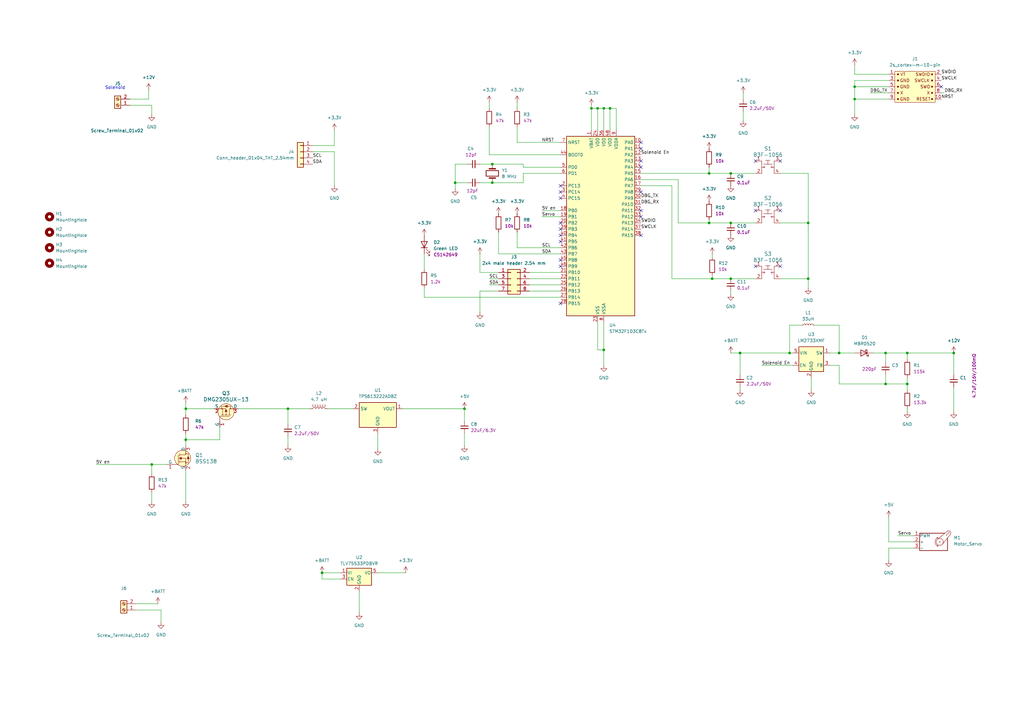
<source format=kicad_sch>
(kicad_sch (version 20250114) (generator "eeschema") (generator_version "9.0")
  (paper "A3")
  (title_block (title "Canda") (date "2025-08-20") (rev "v1.0") (company "Emmy & Mirco"))
  (text "Solenoid" (at 47.244 36.068 0) (effects (font (size 1.27 1.27))))
  (junction (at 350.52 40.64))
  (junction (at 290.83 91.44))
  (junction (at 132.08 234.95))
  (junction (at 242.57 44.45))
  (junction (at 247.65 143.51))
  (junction (at 363.22 157.48))
  (junction (at 299.72 71.12))
  (junction (at 331.47 91.44))
  (junction (at 62.23 190.5))
  (junction (at 247.65 44.45))
  (junction (at 350.52 35.56))
  (junction (at 363.22 144.78))
  (junction (at 292.1 114.3))
  (junction (at 290.83 71.12))
  (junction (at 323.85 144.78))
  (junction (at 303.53 144.78))
  (junction (at 201.93 74.93))
  (junction (at 201.93 67.31))
  (junction (at 118.11 167.64))
  (junction (at 190.5 167.64))
  (junction (at 344.17 144.78))
  (junction (at 76.2 167.64))
  (junction (at 299.72 91.44))
  (junction (at 250.19 44.45))
  (junction (at 372.11 144.78))
  (junction (at 299.72 114.3))
  (junction (at 372.11 157.48))
  (junction (at 76.2 180.34))
  (junction (at 331.47 114.3))
  (junction (at 245.11 44.45))
  (junction (at 391.16 144.78))
  (junction (at 186.69 74.93))
  (no_connect (at 262.89 96.52))
  (no_connect (at 229.87 91.44))
  (no_connect (at 229.87 124.46))
  (no_connect (at 229.87 78.74))
  (no_connect (at 229.87 109.22))
  (no_connect (at 386.08 35.56))
  (no_connect (at 262.89 88.9))
  (no_connect (at 229.87 76.2))
  (no_connect (at 309.88 109.22))
  (no_connect (at 229.87 96.52))
  (no_connect (at 320.04 86.36))
  (no_connect (at 309.88 66.04))
  (no_connect (at 262.89 78.74))
  (no_connect (at 229.87 93.98))
  (no_connect (at 262.89 58.42))
  (no_connect (at 262.89 86.36))
  (no_connect (at 320.04 109.22))
  (no_connect (at 309.88 86.36))
  (no_connect (at 262.89 68.58))
  (no_connect (at 229.87 99.06))
  (no_connect (at 262.89 60.96))
  (no_connect (at 262.89 66.04))
  (no_connect (at 320.04 66.04))
  (no_connect (at 229.87 106.68))
  (no_connect (at 229.87 81.28))
  (wire (pts (xy 128.27 62.23) (xy 137.16 62.23)))
  (wire (pts (xy 275.59 76.2) (xy 262.89 76.2)))
  (wire (pts (xy 356.87 38.1) (xy 364.49 38.1)))
  (wire (pts (xy 299.72 114.3) (xy 309.88 114.3)))
  (wire (pts (xy 62.23 201.93) (xy 62.23 205.74)))
  (wire (pts (xy 299.72 91.44) (xy 309.88 91.44)))
  (wire (pts (xy 350.52 40.64) (xy 350.52 46.99)))
  (wire (pts (xy 320.04 114.3) (xy 331.47 114.3)))
  (wire (pts (xy 250.19 44.45) (xy 250.19 53.34)))
  (wire (pts (xy 118.11 179.07) (xy 118.11 182.88)))
  (wire (pts (xy 217.17 119.38) (xy 229.87 119.38)))
  (wire (pts (xy 372.11 157.48) (xy 372.11 160.02)))
  (wire (pts (xy 214.63 67.31) (xy 201.93 67.31)))
  (wire (pts (xy 350.52 35.56) (xy 350.52 40.64)))
  (wire (pts (xy 76.2 180.34) (xy 76.2 182.88)))
  (wire (pts (xy 290.83 90.17) (xy 290.83 91.44)))
  (wire (pts (xy 391.16 153.67) (xy 391.16 144.78)))
  (wire (pts (xy 350.52 26.67) (xy 350.52 30.48)))
  (wire (pts (xy 344.17 149.86) (xy 340.36 149.86)))
  (wire (pts (xy 212.09 95.25) (xy 212.09 101.6)))
  (wire (pts (xy 217.17 116.84) (xy 229.87 116.84)))
  (wire (pts (xy 190.5 177.8) (xy 190.5 182.88)))
  (wire (pts (xy 200.66 41.91) (xy 200.66 44.45)))
  (wire (pts (xy 368.3 219.71) (xy 374.65 219.71)))
  (wire (pts (xy 196.85 111.76) (xy 204.47 111.76)))
  (wire (pts (xy 363.22 157.48) (xy 372.11 157.48)))
  (wire (pts (xy 118.11 173.99) (xy 118.11 167.64)))
  (wire (pts (xy 222.25 86.36) (xy 229.87 86.36)))
  (wire (pts (xy 242.57 44.45) (xy 242.57 53.34)))
  (wire (pts (xy 154.94 234.95) (xy 166.37 234.95)))
  (wire (pts (xy 290.83 91.44) (xy 299.72 91.44)))
  (wire (pts (xy 186.69 67.31) (xy 186.69 74.93)))
  (wire (pts (xy 128.27 59.69) (xy 137.16 59.69)))
  (wire (pts (xy 90.17 180.34) (xy 90.17 175.26)))
  (wire (pts (xy 331.47 114.3) (xy 331.47 118.11)))
  (wire (pts (xy 134.62 167.64) (xy 144.78 167.64)))
  (wire (pts (xy 358.14 144.78) (xy 363.22 144.78)))
  (wire (pts (xy 55.88 250.19) (xy 66.04 250.19)))
  (wire (pts (xy 217.17 111.76) (xy 229.87 111.76)))
  (wire (pts (xy 137.16 76.2) (xy 137.16 62.23)))
  (wire (pts (xy 201.93 74.93) (xy 214.63 74.93)))
  (wire (pts (xy 137.16 59.69) (xy 137.16 53.34)))
  (wire (pts (xy 292.1 114.3) (xy 292.1 113.03)))
  (wire (pts (xy 190.5 167.64) (xy 190.5 172.72)))
  (wire (pts (xy 299.72 71.12) (xy 309.88 71.12)))
  (wire (pts (xy 344.17 157.48) (xy 344.17 149.86)))
  (wire (pts (xy 97.79 167.64) (xy 118.11 167.64)))
  (wire (pts (xy 204.47 95.25) (xy 204.47 104.14)))
  (wire (pts (xy 363.22 153.67) (xy 363.22 157.48)))
  (wire (pts (xy 76.2 165.1) (xy 76.2 167.64)))
  (wire (pts (xy 214.63 71.12) (xy 214.63 74.93)))
  (wire (pts (xy 363.22 144.78) (xy 372.11 144.78)))
  (wire (pts (xy 364.49 224.79) (xy 364.49 229.87)))
  (wire (pts (xy 303.53 144.78) (xy 299.72 144.78)))
  (wire (pts (xy 191.77 74.93) (xy 186.69 74.93)))
  (wire (pts (xy 323.85 144.78) (xy 303.53 144.78)))
  (wire (pts (xy 39.37 190.5) (xy 62.23 190.5)))
  (wire (pts (xy 290.83 68.58) (xy 290.83 71.12)))
  (wire (pts (xy 214.63 68.58) (xy 214.63 67.31)))
  (wire (pts (xy 62.23 190.5) (xy 68.58 190.5)))
  (wire (pts (xy 62.23 43.18) (xy 62.23 46.99)))
  (wire (pts (xy 364.49 40.64) (xy 350.52 40.64)))
  (wire (pts (xy 229.87 71.12) (xy 214.63 71.12)))
  (wire (pts (xy 278.13 91.44) (xy 290.83 91.44)))
  (wire (pts (xy 245.11 44.45) (xy 247.65 44.45)))
  (wire (pts (xy 374.65 224.79) (xy 364.49 224.79)))
  (wire (pts (xy 350.52 33.02) (xy 350.52 35.56)))
  (wire (pts (xy 325.12 144.78) (xy 323.85 144.78)))
  (wire (pts (xy 372.11 144.78) (xy 372.11 147.32)))
  (wire (pts (xy 391.16 158.75) (xy 391.16 168.91)))
  (wire (pts (xy 331.47 71.12) (xy 331.47 91.44)))
  (wire (pts (xy 139.7 237.49) (xy 132.08 237.49)))
  (wire (pts (xy 212.09 41.91) (xy 212.09 44.45)))
  (wire (pts (xy 196.85 67.31) (xy 201.93 67.31)))
  (wire (pts (xy 304.8 38.1) (xy 304.8 40.64)))
  (wire (pts (xy 372.11 154.94) (xy 372.11 157.48)))
  (wire (pts (xy 292.1 114.3) (xy 299.72 114.3)))
  (wire (pts (xy 247.65 132.08) (xy 247.65 143.51)))
  (wire (pts (xy 196.85 104.14) (xy 196.85 111.76)))
  (wire (pts (xy 53.34 40.64) (xy 60.96 40.64)))
  (wire (pts (xy 60.96 36.83) (xy 60.96 40.64)))
  (wire (pts (xy 204.47 104.14) (xy 229.87 104.14)))
  (wire (pts (xy 132.08 234.95) (xy 139.7 234.95)))
  (wire (pts (xy 344.17 144.78) (xy 350.52 144.78)))
  (wire (pts (xy 344.17 157.48) (xy 363.22 157.48)))
  (wire (pts (xy 247.65 143.51) (xy 247.65 149.86)))
  (wire (pts (xy 275.59 76.2) (xy 275.59 114.3)))
  (wire (pts (xy 217.17 114.3) (xy 229.87 114.3)))
  (wire (pts (xy 328.93 133.35) (xy 323.85 133.35)))
  (wire (pts (xy 303.53 144.78) (xy 303.53 153.67)))
  (wire (pts (xy 76.2 167.64) (xy 76.2 170.18)))
  (wire (pts (xy 76.2 205.74) (xy 76.2 193.04)))
  (wire (pts (xy 245.11 132.08) (xy 245.11 143.51)))
  (wire (pts (xy 173.99 121.92) (xy 229.87 121.92)))
  (wire (pts (xy 303.53 158.75) (xy 303.53 160.02)))
  (wire (pts (xy 334.01 133.35) (xy 344.17 133.35)))
  (wire (pts (xy 229.87 63.5) (xy 200.66 63.5)))
  (wire (pts (xy 222.25 88.9) (xy 229.87 88.9)))
  (wire (pts (xy 154.94 177.8) (xy 154.94 184.15)))
  (wire (pts (xy 247.65 44.45) (xy 250.19 44.45)))
  (wire (pts (xy 245.11 143.51) (xy 247.65 143.51)))
  (wire (pts (xy 196.85 119.38) (xy 196.85 128.27)))
  (wire (pts (xy 196.85 74.93) (xy 201.93 74.93)))
  (wire (pts (xy 364.49 33.02) (xy 350.52 33.02)))
  (wire (pts (xy 372.11 144.78) (xy 391.16 144.78)))
  (wire (pts (xy 242.57 44.45) (xy 245.11 44.45)))
  (wire (pts (xy 76.2 167.64) (xy 87.63 167.64)))
  (wire (pts (xy 304.8 45.72) (xy 304.8 49.53)))
  (wire (pts (xy 53.34 43.18) (xy 62.23 43.18)))
  (wire (pts (xy 247.65 44.45) (xy 247.65 53.34)))
  (wire (pts (xy 212.09 52.07) (xy 212.09 58.42)))
  (wire (pts (xy 200.66 63.5) (xy 200.66 52.07)))
  (wire (pts (xy 320.04 91.44) (xy 331.47 91.44)))
  (wire (pts (xy 66.04 250.19) (xy 66.04 255.27)))
  (wire (pts (xy 200.66 116.84) (xy 204.47 116.84)))
  (wire (pts (xy 350.52 30.48) (xy 364.49 30.48)))
  (wire (pts (xy 332.74 160.02) (xy 332.74 154.94)))
  (wire (pts (xy 200.66 114.3) (xy 204.47 114.3)))
  (wire (pts (xy 242.57 43.18) (xy 242.57 44.45)))
  (wire (pts (xy 364.49 222.25) (xy 374.65 222.25)))
  (wire (pts (xy 299.72 119.38) (xy 299.72 120.65)))
  (wire (pts (xy 290.83 71.12) (xy 299.72 71.12)))
  (wire (pts (xy 372.11 167.64) (xy 372.11 168.91)))
  (wire (pts (xy 55.88 247.65) (xy 64.77 247.65)))
  (wire (pts (xy 364.49 212.09) (xy 364.49 222.25)))
  (wire (pts (xy 76.2 180.34) (xy 90.17 180.34)))
  (wire (pts (xy 292.1 105.41) (xy 292.1 104.14)))
  (wire (pts (xy 252.73 53.34) (xy 252.73 44.45)))
  (wire (pts (xy 262.89 71.12) (xy 290.83 71.12)))
  (wire (pts (xy 278.13 73.66) (xy 278.13 91.44)))
  (wire (pts (xy 229.87 68.58) (xy 214.63 68.58)))
  (wire (pts (xy 320.04 71.12) (xy 331.47 71.12)))
  (wire (pts (xy 118.11 167.64) (xy 127 167.64)))
  (wire (pts (xy 250.19 44.45) (xy 252.73 44.45)))
  (wire (pts (xy 386.08 38.1) (xy 387.35 38.1)))
  (wire (pts (xy 262.89 73.66) (xy 278.13 73.66)))
  (wire (pts (xy 363.22 144.78) (xy 363.22 148.59)))
  (wire (pts (xy 292.1 114.3) (xy 275.59 114.3)))
  (wire (pts (xy 173.99 104.14) (xy 173.99 110.49)))
  (wire (pts (xy 344.17 144.78) (xy 340.36 144.78)))
  (wire (pts (xy 132.08 237.49) (xy 132.08 234.95)))
  (wire (pts (xy 76.2 177.8) (xy 76.2 180.34)))
  (wire (pts (xy 331.47 91.44) (xy 331.47 114.3)))
  (wire (pts (xy 165.1 167.64) (xy 190.5 167.64)))
  (wire (pts (xy 212.09 101.6) (xy 229.87 101.6)))
  (wire (pts (xy 191.77 67.31) (xy 186.69 67.31)))
  (wire (pts (xy 364.49 35.56) (xy 350.52 35.56)))
  (wire (pts (xy 173.99 121.92) (xy 173.99 118.11)))
  (wire (pts (xy 312.42 149.86) (xy 325.12 149.86)))
  (wire (pts (xy 147.32 242.57) (xy 147.32 251.46)))
  (wire (pts (xy 62.23 190.5) (xy 62.23 194.31)))
  (wire (pts (xy 186.69 74.93) (xy 186.69 77.47)))
  (wire (pts (xy 245.11 44.45) (xy 245.11 53.34)))
  (wire (pts (xy 344.17 133.35) (xy 344.17 144.78)))
  (wire (pts (xy 204.47 119.38) (xy 196.85 119.38)))
  (wire (pts (xy 229.87 58.42) (xy 212.09 58.42)))
  (wire (pts (xy 323.85 133.35) (xy 323.85 144.78)))
  (label "SWDIO" (at 386.08 30.48 0))
  (label "SCL" (at 128.27 64.77 0))
  (label "DBG_TX" (at 262.89 81.28 0))
  (label "SCL" (at 222.25 101.6 0))
  (label "NRST" (at 386.08 40.64 0))
  (label "SDA" (at 128.27 67.31 0))
  (label "DBG_RX" (at 262.89 83.82 0))
  (label "Solenoid En" (at 312.42 149.86 0))
  (label "Solenoid En" (at 262.89 63.5 0))
  (label "5V en" (at 39.37 190.5 0))
  (label "Servo" (at 222.25 88.9 0))
  (label "SDA" (at 222.25 104.14 0))
  (label "DBG_RX" (at 387.35 38.1 0))
  (label "NRST" (at 222.25 58.42 0))
  (label "DBG_TX" (at 356.87 38.1 0))
  (label "SWDIO" (at 262.89 91.44 0))
  (label "SDA" (at 200.66 116.84 0))
  (label "5V en" (at 222.25 86.36 0))
  (label "Servo" (at 368.3 219.71 0))
  (label "SCL" (at 200.66 114.3 0))
  (label "SWCLK" (at 386.08 33.02 0))
  (label "SWCLK" (at 262.89 93.98 0))
  (symbol (lib_id "2s_Resistor_0805:10k_0805") (at 212.09 91.44 0) (unit 1)
    (property "Reference" "R8" (at 214.63 90.1699 0) (effects (justify left)))
    (property "Value" "10k_0805" (effects (hide yes)))
    (property "Footprint" "Resistor_SMD:R_0805_2012Metric" (effects (hide yes)))
    (property "Description" "10k, 1%, 1/8W, 0805" (effects (hide yes)))
    (property "Specifications" "10k, 1%, 1/8W, 0805" (effects (hide yes)))
    (property "Manufacturer" "Vishay Dale" (effects (hide yes)))
    (property "MPN" "CRCW080510K0FKEA" (effects (hide yes)))
    (property "Display" "10k" (at 214.63 92.7099 0) (effects (justify left)))
    (property "JLCPCB ID" "C84376" (effects (hide yes)))
    (property "Production Stage" "A" (effects (hide yes)))
  )
  (symbol (lib_id "power:+12V") (at 76.2 165.1 0) (unit 1)
    (property "Reference" "#PWR049" (effects (hide yes)))
    (property "Value" "+BATT" (at 72.644 160.274 0) (effects (justify left)))
    (property "Description" "Power symbol creates a global label with name \"+12V\"" (effects (hide yes)))
  )
  (symbol (lib_id "power:GND") (at 332.74 160.02 0) (unit 1)
    (property "Reference" "#PWR014" (effects (hide yes)))
    (property "Value" "GND" (at 332.74 165.1 0))
    (property "Description" "Power symbol creates a global label with name \"GND\" , ground" (effects (hide yes)))
  )
  (symbol (lib_id "2s_Capacitor:220pF_0603_25V") (at 363.22 151.13 0) (unit 1)
    (property "Reference" "C3" (at 365.76 149.8662 0) (effects (justify left)))
    (property "Value" "220pF_0603_25V" (effects (hide yes)))
    (property "Footprint" "Capacitor_SMD:C_0603_1608Metric" (effects (hide yes)))
    (property "Description" "220pF, Min 25V, C0G/NP0, 5% 0603" (effects (hide yes)))
    (property "Specifications" "220pF, Min 25V, C0G/NP0, 5% 0603" (effects (hide yes)))
    (property "Manufacturer" "Yageo" (effects (hide yes)))
    (property "MPN" "CC0603JRNPO9BN221" (effects (hide yes)))
    (property "Display" "220pF" (at 353.568 151.384 0) (effects (justify left)))
    (property "JLCPCB ID" "C1603" (effects (hide yes)))
    (property "Production Stage" "A" (effects (hide yes)))
  )
  (symbol (lib_id "2s_linear_regulators:TLV75533PDBVR") (at 147.32 234.95 0) (unit 1)
    (property "Reference" "U2" (at 147.32 228.6 0))
    (property "Value" "TLV75533PDBVR" (at 147.32 231.14 0))
    (property "Footprint" "Package_TO_SOT_SMD:SOT-23-5" (effects (hide yes)))
    (property "Datasheet" "https://www.ti.com/lit/ds/symlink/tlv755p.pdf" (effects (hide yes)))
    (property "Description" "IC REG LINEAR 3.3V 500MA SOT23-5" (effects (hide yes)))
    (property "MPN" "TLV75533PDBVR" (effects (hide yes)))
    (property "Manufacturer" "Texas Instruments" (effects (hide yes)))
    (property "Digi-Key_PN" "296-50411-1-ND" (effects (hide yes)))
  )
  (symbol (lib_id "power:+3.3V") (at 292.1 104.14 0) (unit 1)
    (property "Reference" "#PWR039" (effects (hide yes)))
    (property "Value" "+3.3V" (at 292.1 99.06 0))
    (property "Description" "Power symbol creates a global label with name \"+3.3V\"" (effects (hide yes)))
  )
  (symbol (lib_id "2s_Resistor_0805:47k_0805") (at 212.09 48.26 0) (unit 1)
    (property "Reference" "R3" (at 214.63 46.9899 0) (effects (justify left)))
    (property "Value" "47k_0805" (effects (hide yes)))
    (property "Footprint" "Resistor_SMD:R_0805_2012Metric" (effects (hide yes)))
    (property "Description" "47k, 1%, 1/8W, 0805" (effects (hide yes)))
    (property "Specifications" "47k, 1%, 1/8W, 0805" (effects (hide yes)))
    (property "Manufacturer" "Yageo" (effects (hide yes)))
    (property "MPN" "RC0805FR-0747KL" (effects (hide yes)))
    (property "Display" "47k" (at 214.63 49.5299 0) (effects (justify left)))
    (property "JLCPCB ID" "C126351" (effects (hide yes)))
    (property "Production Stage" "A" (effects (hide yes)))
  )
  (symbol (lib_id "power:GND") (at 350.52 46.99 0) (unit 1)
    (property "Reference" "#PWR015" (effects (hide yes)))
    (property "Value" "GND" (at 350.52 52.07 0))
    (property "Description" "Power symbol creates a global label with name \"GND\" , ground" (effects (hide yes)))
  )
  (symbol (lib_id "Motor:Motor_Servo") (at 382.27 222.25 0) (unit 1)
    (property "Reference" "M1" (at 391.16 220.5465 0) (effects (justify left)))
    (property "Value" "Motor_Servo" (at 391.16 223.0865 0) (effects (justify left)))
    (property "Footprint" "Connector_PinHeader_2.54mm:PinHeader_1x03_P2.54mm_Vertical" (effects (hide yes)))
    (property "Datasheet" "http://forums.parallax.com/uploads/attachments/46831/74481.png" (effects (hide yes)))
    (property "Description" "Servo Motor (Futaba, HiTec, JR connector)" (effects (hide yes)))
  )
  (symbol (lib_id "2s_connectors:2x4 male header 2.54 mm") (at 209.55 114.3 0) (unit 1)
    (property "Reference" "J3" (at 210.82 105.41 0))
    (property "Value" "2x4 male header 2.54 mm" (at 210.82 107.95 0))
    (property "Footprint" "Connector_PinHeader_2.54mm:PinHeader_2x04_P2.54mm_Vertical_SMD" (effects (hide yes)))
    (property "Description" "Generic connector, double row, 02x04, odd/even pin numbering scheme (row 1 odd numbers, row 2 even numbers), script generated (kicad-library-utils/schlib/autogen/connector/)" (effects (hide yes)))
    (property "Manufacturer" "Amphenol ICC (FCI)" (effects (hide yes)))
    (property "MPN" "54202-G0804LF" (effects (hide yes)))
    (property "Digi-Key_PN" "609-54202-G0804LF-ND" (effects (hide yes)))
  )
  (symbol (lib_id "power:+3.3V") (at 304.8 38.1 0) (unit 1)
    (property "Reference" "#PWR022" (effects (hide yes)))
    (property "Value" "+3.3V" (at 304.8 33.02 0))
    (property "Description" "Power symbol creates a global label with name \"+3.3V\"" (effects (hide yes)))
  )
  (symbol (lib_id "2s_Capacitor:100nF_0603_16V") (at 299.72 116.84 0) (unit 1)
    (property "Reference" "C11" (at 302.26 115.5762 0) (effects (justify left)))
    (property "Value" "100nF_0603_16V" (effects (hide yes)))
    (property "Footprint" "Capacitor_SMD:C_0603_1608Metric" (effects (hide yes)))
    (property "Description" "0.1uF, Min. 16V 10%, X7R or X5R or similar" (effects (hide yes)))
    (property "Specifications" "0.1uF, Min. 16V 10%, X7R or X5R or similar" (effects (hide yes)))
    (property "Manufacturer" "AVX Corporation" (effects (hide yes)))
    (property "MPN" "0603YC104KAT2A" (effects (hide yes)))
    (property "Display" "0.1uF" (at 302.26 118.1162 0) (effects (justify left)))
    (property "JLCPCB ID" "C14663" (effects (hide yes)))
    (property "Production Stage" "A" (effects (hide yes)))
  )
  (symbol (lib_id "power:GND") (at 62.23 205.74 0) (unit 1)
    (property "Reference" "#PWR048" (effects (hide yes)))
    (property "Value" "GND" (at 62.23 210.82 0))
    (property "Description" "Power symbol creates a global label with name \"GND\" , ground" (effects (hide yes)))
  )
  (symbol (lib_id "2s_connectors:Screw Terminal 5.00mm") (at 50.8 250.19 180) (unit 1)
    (property "Reference" "J6" (at 50.8 241.3 0))
    (property "Value" "Screw_Terminal_01x02" (at 50.546 260.604 0))
    (property "Footprint" "2s_connectors:TerminalBlock_MaiXu_MX126-5.0-02P_1x02_P5.00mm" (effects (hide yes)))
    (property "Description" "Generic screw terminal, single row, 01x02, script generated (kicad-library-utils/schlib/autogen/connector/)" (effects (hide yes)))
    (property "MPN" " 282836-2" (effects (hide yes)))
    (property "Manufacturer" "TE Connectivity AMP Connectors" (effects (hide yes)))
    (property "Digi-Key_PN" "A98076-ND" (effects (hide yes)))
  )
  (symbol (lib_id "power:GND") (at 364.49 229.87 0) (unit 1)
    (property "Reference" "#PWR031" (effects (hide yes)))
    (property "Value" "GND" (at 364.49 234.95 0))
    (property "Description" "Power symbol creates a global label with name \"GND\" , ground" (effects (hide yes)))
  )
  (symbol (lib_id "2s_switches:B3F-1056") (at 314.96 68.58 0) (unit 1)
    (property "Reference" "S1" (at 314.96 60.96 0) (effects (font (size 1.524 1.524))))
    (property "Value" "B3F-1056" (at 314.96 63.5 0) (effects (font (size 1.524 1.524))))
    (property "Footprint" "2s_misc:SW_TH_Tactile_Omron_B3F-1052" (effects (hide yes)))
    (property "Datasheet" "https://omronfs.omron.com/en_US/ecb/products/pdf/en-b3f.pdf" (effects (hide yes)))
    (property "Description" "SWITCH TACTILE SPST-NO 0.05A 24V" (effects (hide yes)))
    (property "Digi-Key_PN" "Z4425-ND" (effects (hide yes)))
    (property "MPN" "B3F-1056" (effects (hide yes)))
    (property "Category" "Switches" (effects (hide yes)))
    (property "Family" "Tactile Switches" (effects (hide yes)))
    (property "DK_Datasheet_Link" "https://omronfs.omron.com/en_US/ecb/products/pdf/en-b3f.pdf" (effects (hide yes)))
    (property "DK_Detail_Page" "/product-detail/en/omron-electronics-inc-emc-div/B3F-1052/SW405-ND/44068" (effects (hide yes)))
    (property "Description_1" "SWITCH TACTILE SPST-NO 0.05A 24V" (effects (hide yes)))
    (property "Manufacturer" "Omron Electronics Inc-EMC Div" (effects (hide yes)))
    (property "Status" "Active" (effects (hide yes)))
    (property "JLCPCB ID" "C2733587" (effects (hide yes)))
  )
  (symbol (lib_id "2s_Capacitor:4.7uF_1206_lowESR") (at 391.16 156.21 0) (unit 1)
    (property "Reference" "C1" (at 393.7 154.9462 0) (effects (justify left)))
    (property "Value" "4.7uF_1206_lowESR" (effects (hide yes)))
    (property "Footprint" "Capacitor_SMD:C_1206_3216Metric" (effects (hide yes)))
    (property "Description" "4.7uF, Min. 16V, ESR<=100mΩ@1MHz, 1206, MLCC" (effects (hide yes)))
    (property "Specifications" "4.7uF, Min. 16V, ESR<=100mΩ@1MHz, 1206, MLCC" (effects (hide yes)))
    (property "Manufacturer" "Taiyo Yuden" (effects (hide yes)))
    (property "MPN" "EMF316AB7475KLHT" (effects (hide yes)))
    (property "Display" "4.7uF/16V/100mΩ" (at 399.542 163.322 90) (effects (justify left)))
    (property "Production Stage" "A" (effects (hide yes)))
    (property "JLCPCB ID" " C2174986" (effects (hide yes)))
  )
  (symbol (lib_id "power:+3.3V") (at 196.85 104.14 0) (unit 1)
    (property "Reference" "#PWR034" (effects (hide yes)))
    (property "Value" "+3.3V" (at 196.85 99.06 0))
    (property "Description" "Power symbol creates a global label with name \"+3.3V\"" (effects (hide yes)))
  )
  (symbol (lib_id "2s_inductors:NR6028T330M") (at 331.47 133.35 90) (unit 1)
    (property "Reference" "L1" (at 331.47 128.27 90))
    (property "Value" "33uH" (at 331.47 130.81 90))
    (property "Footprint" "2s_misc:L_Taiyo-Yuden_NR-60xx" (effects (hide yes)))
    (property "Datasheet" "https://mm.digikey.com/Volume0/opasdata/d220001/medias/docus/610/NR6028T330M_SS.pdf" (effects (hide yes)))
    (property "Description" "FIXED IND 33UH 1.1A 286 MOHM SMD" (effects (hide yes)))
    (property "MPN" "NR6028T330M" (effects (hide yes)))
    (property "Manufacturer" "Taiyo Yuden" (effects (hide yes)))
    (property "Digi-Key_PN" "587-2631-2-ND" (effects (hide yes)))
  )
  (symbol (lib_name "DMG2305UX-13_1") (lib_id "2s_transistors:DMG2305UX-13") (at 92.71 167.64 270) (mirror x) (unit 1)
    (property "Reference" "Q3" (at 92.71 161.29 90) (effects (font (size 1.524 1.524))))
    (property "Value" "DMG2305UX-13" (at 92.71 163.83 90) (effects (font (size 1.524 1.524))))
    (property "Footprint" "Package_TO_SOT_SMD:SOT-23-3" (effects (hide yes)))
    (property "Datasheet" "https://www.diodes.com/assets/Datasheets/DMG2305UX.pdf" (effects (hide yes)))
    (property "Description" "MOSFET P-CH 20V 4.2A SOT23" (effects (hide yes)))
    (property "Digi-Key_PN" "DMG2305UX-13DICT-ND" (effects (hide yes)))
    (property "MPN" "DMG2305UX-13" (effects (hide yes)))
    (property "Category" "Discrete Semiconductor Products" (effects (hide yes)))
    (property "Family" "Transistors - FETs, MOSFETs - Single" (effects (hide yes)))
    (property "DK_Datasheet_Link" "https://www.diodes.com/assets/Datasheets/DMG2305UX.pdf" (effects (hide yes)))
    (property "DK_Detail_Page" "/product-detail/en/diodes-incorporated/DMG2305UX-13/DMG2305UX-13DICT-ND/4251589" (effects (hide yes)))
    (property "Description_1" "MOSFET P-CH 20V 4.2A SOT23" (effects (hide yes)))
    (property "Manufacturer" "Diodes Incorporated" (effects (hide yes)))
    (property "Status" "Active" (effects (hide yes)))
    (property "JLCPCB ID" "C144153" (effects (hide yes)))
  )
  (symbol (lib_id "power:GND") (at 154.94 184.15 0) (unit 1)
    (property "Reference" "#PWR027" (effects (hide yes)))
    (property "Value" "GND" (at 154.94 189.23 0))
    (property "Description" "Power symbol creates a global label with name \"GND\" , ground" (effects (hide yes)))
  )
  (symbol (lib_id "2s_connectors:Screw Terminal 5.00mm") (at 48.26 43.18 180) (unit 1)
    (property "Reference" "J5" (at 48.26 34.29 0))
    (property "Value" "Screw_Terminal_01x02" (at 48.006 53.594 0))
    (property "Footprint" "2s_connectors:TerminalBlock_MaiXu_MX126-5.0-02P_1x02_P5.00mm" (effects (hide yes)))
    (property "Description" "Generic screw terminal, single row, 01x02, script generated (kicad-library-utils/schlib/autogen/connector/)" (effects (hide yes)))
    (property "MPN" " 282836-2" (effects (hide yes)))
    (property "Manufacturer" "TE Connectivity AMP Connectors" (effects (hide yes)))
    (property "Digi-Key_PN" "A98076-ND" (effects (hide yes)))
  )
  (symbol (lib_id "Mechanical:MountingHole") (at 20.32 107.95 0) (unit 1) (exclude_from_sim yes) (in_bom no)
    (property "Reference" "H4" (at 22.86 106.6799 0) (effects (justify left)))
    (property "Value" "MountingHole" (at 22.86 109.2199 0) (effects (justify left)))
    (property "Footprint" "MountingHole:MountingHole_3.2mm_M3_ISO7380" (effects (hide yes)))
    (property "Description" "Mounting Hole without connection" (effects (hide yes)))
  )
  (symbol (lib_id "power:GND") (at 303.53 160.02 0) (unit 1)
    (property "Reference" "#PWR07" (effects (hide yes)))
    (property "Value" "GND" (at 303.53 165.1 0))
    (property "Description" "Power symbol creates a global label with name \"GND\" , ground" (effects (hide yes)))
  )
  (symbol (lib_id "Mechanical:MountingHole") (at 20.32 88.9 0) (unit 1) (exclude_from_sim yes) (in_bom no)
    (property "Reference" "H1" (at 22.86 87.6299 0) (effects (justify left)))
    (property "Value" "MountingHole" (at 22.86 90.1699 0) (effects (justify left)))
    (property "Footprint" "MountingHole:MountingHole_3.2mm_M3_ISO7380" (effects (hide yes)))
    (property "Description" "Mounting Hole without connection" (effects (hide yes)))
  )
  (symbol (lib_id "2s_Capacitor:12pF_0603_50V") (at 194.31 74.93 90) (unit 1)
    (property "Reference" "C5" (at 194.31 81.026 90))
    (property "Value" "12pF_0603_50V" (effects (hide yes)))
    (property "Footprint" "Capacitor_SMD:C_0603_1608Metric" (effects (hide yes)))
    (property "Description" "12pF, 50V 5% C0G (NP0) 0603" (effects (hide yes)))
    (property "Specifications" "12pF, 50V 5% C0G (NP0) 0603" (effects (hide yes)))
    (property "Manufacturer" "Kemet" (effects (hide yes)))
    (property "MPN" "C0603C120J5GACTU" (effects (hide yes)))
    (property "Display" "12pF" (at 193.802 78.232 90))
    (property "JLCPCB ID" "C2168573" (effects (hide yes)))
    (property "Production Stage" "A" (effects (hide yes)))
  )
  (symbol (lib_id "power:GND") (at 299.72 120.65 0) (unit 1)
    (property "Reference" "#PWR042" (effects (hide yes)))
    (property "Value" "GND" (at 299.72 125.73 0))
    (property "Description" "Power symbol creates a global label with name \"GND\" , ground" (effects (hide yes)))
  )
  (symbol (lib_id "Mechanical:MountingHole") (at 20.32 95.25 0) (unit 1) (exclude_from_sim yes) (in_bom no)
    (property "Reference" "H2" (at 22.86 93.9799 0) (effects (justify left)))
    (property "Value" "MountingHole" (at 22.86 96.5199 0) (effects (justify left)))
    (property "Footprint" "MountingHole:MountingHole_3.2mm_M3_ISO7380" (effects (hide yes)))
    (property "Description" "Mounting Hole without connection" (effects (hide yes)))
  )
  (symbol (lib_id "2s_Capacitor:2.2uF_1206_50V") (at 303.53 156.21 0) (unit 1)
    (property "Reference" "C2" (at 306.07 154.9462 0) (effects (justify left)))
    (property "Value" "2.2uF_1206_25V" (effects (hide yes)))
    (property "Footprint" "Capacitor_SMD:C_1206_3216Metric" (effects (hide yes)))
    (property "Description" "50V 2.2uF X7R ±10% 1206 Multilayer Ceramic Capacitors MLCC" (effects (hide yes)))
    (property "Specifications" " 50V 2.2uF X7R ±10% 1206 Multilayer Ceramic Capacitors MLCC" (effects (hide yes)))
    (property "Manufacturer" " Samsung Electro-Mechanics" (effects (hide yes)))
    (property "MPN" "CL31B225KBHNNNE" (effects (hide yes)))
    (property "Display" "2.2uF/50V" (at 306.07 157.4862 0) (effects (justify left)))
    (property "JLCPCB ID" "C12891" (effects (hide yes)))
    (property "Production Stage" "A" (effects (hide yes)))
  )
  (symbol (lib_id "power:GND") (at 190.5 182.88 0) (unit 1)
    (property "Reference" "#PWR029" (effects (hide yes)))
    (property "Value" "GND" (at 190.5 187.96 0))
    (property "Description" "Power symbol creates a global label with name \"GND\" , ground" (effects (hide yes)))
  )
  (symbol (lib_id "2s_Resistor_0805:115k_0805") (at 372.11 151.13 0) (unit 1)
    (property "Reference" "R1" (at 374.65 149.8599 0) (effects (justify left)))
    (property "Value" "115k_0805" (effects (hide yes)))
    (property "Footprint" "Resistor_SMD:R_0805_2012Metric" (effects (hide yes)))
    (property "Description" "115k, 1%, 1/8W, 0805" (effects (hide yes)))
    (property "Specifications" "115k, 1%, 1/8W, 0805" (effects (hide yes)))
    (property "Manufacturer" "Yageo" (effects (hide yes)))
    (property "MPN" "RC0805FR-07115KL" (effects (hide yes)))
    (property "Display" "115k" (at 374.65 152.3999 0) (effects (justify left)))
    (property "JLCPCB ID" "C274364" (effects (hide yes)))
    (property "Production Stage" "A" (effects (hide yes)))
  )
  (symbol (lib_id "2s_Resistor_0805:10k_0805") (at 290.83 64.77 0) (unit 1)
    (property "Reference" "R9" (at 293.37 63.4999 0) (effects (justify left)))
    (property "Value" "10k_0805" (effects (hide yes)))
    (property "Footprint" "Resistor_SMD:R_0805_2012Metric" (effects (hide yes)))
    (property "Description" "10k, 1%, 1/8W, 0805" (effects (hide yes)))
    (property "Specifications" "10k, 1%, 1/8W, 0805" (effects (hide yes)))
    (property "Manufacturer" "Vishay Dale" (effects (hide yes)))
    (property "MPN" "CRCW080510K0FKEA" (effects (hide yes)))
    (property "Display" "10k" (at 293.37 66.0399 0) (effects (justify left)))
    (property "JLCPCB ID" "C84376" (effects (hide yes)))
    (property "Production Stage" "A" (effects (hide yes)))
  )
  (symbol (lib_id "2s_Capacitor:2.2uF_1206_50V") (at 304.8 43.18 0) (unit 1)
    (property "Reference" "C6" (at 307.34 41.9162 0) (effects (justify left)))
    (property "Value" "2.2uF_1206_25V" (effects (hide yes)))
    (property "Footprint" "Capacitor_SMD:C_1206_3216Metric" (effects (hide yes)))
    (property "Description" "50V 2.2uF X7R ±10% 1206 Multilayer Ceramic Capacitors MLCC" (effects (hide yes)))
    (property "Specifications" " 50V 2.2uF X7R ±10% 1206 Multilayer Ceramic Capacitors MLCC" (effects (hide yes)))
    (property "Manufacturer" " Samsung Electro-Mechanics" (effects (hide yes)))
    (property "MPN" "CL31B225KBHNNNE" (effects (hide yes)))
    (property "Display" "2.2uF/50V" (at 307.34 44.4562 0) (effects (justify left)))
    (property "JLCPCB ID" "C12891" (effects (hide yes)))
    (property "Production Stage" "A" (effects (hide yes)))
  )
  (symbol (lib_id "power:GND") (at 299.72 96.52 0) (unit 1)
    (property "Reference" "#PWR041" (effects (hide yes)))
    (property "Value" "GND" (at 299.72 101.6 0))
    (property "Description" "Power symbol creates a global label with name \"GND\" , ground" (effects (hide yes)))
  )
  (symbol (lib_id "power:+BATT") (at 132.08 234.95 0) (unit 1)
    (property "Reference" "#PWR025" (effects (hide yes)))
    (property "Value" "+BATT" (at 132.08 229.87 0))
    (property "Description" "Power symbol creates a global label with name \"+BATT\"" (effects (hide yes)))
  )
  (symbol (lib_id "2s_Resistor_0805:47k_0805") (at 200.66 48.26 0) (unit 1)
    (property "Reference" "R4" (at 203.2 46.9899 0) (effects (justify left)))
    (property "Value" "47k_0805" (effects (hide yes)))
    (property "Footprint" "Resistor_SMD:R_0805_2012Metric" (effects (hide yes)))
    (property "Description" "47k, 1%, 1/8W, 0805" (effects (hide yes)))
    (property "Specifications" "47k, 1%, 1/8W, 0805" (effects (hide yes)))
    (property "Manufacturer" "Yageo" (effects (hide yes)))
    (property "MPN" "RC0805FR-0747KL" (effects (hide yes)))
    (property "Display" "47k" (at 203.2 49.5299 0) (effects (justify left)))
    (property "JLCPCB ID" "C126351" (effects (hide yes)))
    (property "Production Stage" "A" (effects (hide yes)))
  )
  (symbol (lib_id "Regulator_Switching:TPS613222ADBZ") (at 154.94 170.18 0) (unit 1)
    (property "Reference" "U1" (at 154.94 160.02 0))
    (property "Value" "TPS613222ADBZ" (at 154.94 162.56 0))
    (property "Footprint" "Package_TO_SOT_SMD:SOT-23" (effects (hide yes)))
    (property "Datasheet" "http://www.ti.com/lit/ds/symlink/tps61322.pdf" (effects (hide yes)))
    (property "Description" "1.8A Step-Up Converter, 5V Output Voltage, 0.9-5.5V Input Voltage, SOT-23" (effects (hide yes)))
  )
  (symbol (lib_id "2s_Resistor_0805:47k_0805") (at 76.2 173.99 0) (unit 1)
    (property "Reference" "R6" (at 80.01 172.7199 0) (effects (justify left)))
    (property "Value" "47k_0805" (effects (hide yes)))
    (property "Footprint" "Resistor_SMD:R_0805_2012Metric" (effects (hide yes)))
    (property "Description" "47k, 1%, 1/8W, 0805" (effects (hide yes)))
    (property "Specifications" "47k, 1%, 1/8W, 0805" (effects (hide yes)))
    (property "Manufacturer" "Yageo" (effects (hide yes)))
    (property "MPN" "RC0805FR-0747KL" (effects (hide yes)))
    (property "Display" "47k" (at 80.01 175.2599 0) (effects (justify left)))
    (property "JLCPCB ID" "C126351" (effects (hide yes)))
    (property "Production Stage" "A" (effects (hide yes)))
  )
  (symbol (lib_id "2s_Capacitor:22uF_0805_6.3V") (at 190.5 175.26 0) (unit 1)
    (property "Reference" "C8" (at 193.04 173.9962 0) (effects (justify left)))
    (property "Value" "22uF_0805_6.3V" (effects (hide yes)))
    (property "Footprint" "Capacitor_SMD:C_0805_2012Metric" (effects (hide yes)))
    (property "Description" "22uF, Min 6.3V, MLCC, X5R X7S or similar" (effects (hide yes)))
    (property "Specifications" "22uF, Min 6.3V, MLCC, X5R X7S or similar" (effects (hide yes)))
    (property "Manufacturer" "Taiyo Yuden" (effects (hide yes)))
    (property "MPN" "JMK212ABJ226MD-T" (effects (hide yes)))
    (property "Display" "22uF/6.3V" (at 193.04 176.5362 0) (effects (justify left)))
    (property "JLCPCB ID" "C45783" (effects (hide yes)))
    (property "Production Stage" "A" (effects (hide yes)))
  )
  (symbol (lib_id "power:GND") (at 391.16 168.91 0) (unit 1)
    (property "Reference" "#PWR06" (effects (hide yes)))
    (property "Value" "GND" (at 391.16 173.99 0))
    (property "Description" "Power symbol creates a global label with name \"GND\" , ground" (effects (hide yes)))
  )
  (symbol (lib_id "2s_Capacitor:100nF_0603_16V") (at 299.72 73.66 0) (unit 1)
    (property "Reference" "C9" (at 302.26 72.3962 0) (effects (justify left)))
    (property "Value" "100nF_0603_16V" (effects (hide yes)))
    (property "Footprint" "Capacitor_SMD:C_0603_1608Metric" (effects (hide yes)))
    (property "Description" "0.1uF, Min. 16V 10%, X7R or X5R or similar" (effects (hide yes)))
    (property "Specifications" "0.1uF, Min. 16V 10%, X7R or X5R or similar" (effects (hide yes)))
    (property "Manufacturer" "AVX Corporation" (effects (hide yes)))
    (property "MPN" "0603YC104KAT2A" (effects (hide yes)))
    (property "Display" "0.1uF" (at 302.26 74.9362 0) (effects (justify left)))
    (property "JLCPCB ID" "C14663" (effects (hide yes)))
    (property "Production Stage" "A" (effects (hide yes)))
  )
  (symbol (lib_id "power:+5V") (at 364.49 212.09 0) (unit 1)
    (property "Reference" "#PWR032" (effects (hide yes)))
    (property "Value" "+5V" (at 364.49 207.01 0))
    (property "Description" "Power symbol creates a global label with name \"+5V\"" (effects (hide yes)))
  )
  (symbol (lib_id "power:GND") (at 147.32 251.46 0) (unit 1)
    (property "Reference" "#PWR01" (effects (hide yes)))
    (property "Value" "GND" (at 147.32 256.54 0))
    (property "Description" "Power symbol creates a global label with name \"GND\" , ground" (effects (hide yes)))
  )
  (symbol (lib_id "power:+BATT") (at 64.77 247.65 0) (unit 1)
    (property "Reference" "#PWR024" (effects (hide yes)))
    (property "Value" "+BATT" (at 64.77 242.57 0))
    (property "Description" "Power symbol creates a global label with name \"+BATT\"" (effects (hide yes)))
  )
  (symbol (lib_id "power:+5V") (at 190.5 167.64 0) (unit 1)
    (property "Reference" "#PWR030" (effects (hide yes)))
    (property "Value" "+5V" (at 190.5 162.56 0))
    (property "Description" "Power symbol creates a global label with name \"+5V\"" (effects (hide yes)))
  )
  (symbol (lib_id "power:+3.3V") (at 204.47 87.63 0) (unit 1)
    (property "Reference" "#PWR035" (effects (hide yes)))
    (property "Value" "+3.3V" (at 204.47 82.55 0))
    (property "Description" "Power symbol creates a global label with name \"+3.3V\"" (effects (hide yes)))
  )
  (symbol (lib_id "2s_switches:B3F-1056") (at 314.96 111.76 0) (unit 1)
    (property "Reference" "S3" (at 314.96 104.14 0) (effects (font (size 1.524 1.524))))
    (property "Value" "B3F-1056" (at 314.96 106.68 0) (effects (font (size 1.524 1.524))))
    (property "Footprint" "2s_misc:SW_TH_Tactile_Omron_B3F-1052" (effects (hide yes)))
    (property "Datasheet" "https://omronfs.omron.com/en_US/ecb/products/pdf/en-b3f.pdf" (effects (hide yes)))
    (property "Description" "SWITCH TACTILE SPST-NO 0.05A 24V" (effects (hide yes)))
    (property "Digi-Key_PN" "Z4425-ND" (effects (hide yes)))
    (property "MPN" "B3F-1056" (effects (hide yes)))
    (property "Category" "Switches" (effects (hide yes)))
    (property "Family" "Tactile Switches" (effects (hide yes)))
    (property "DK_Datasheet_Link" "https://omronfs.omron.com/en_US/ecb/products/pdf/en-b3f.pdf" (effects (hide yes)))
    (property "DK_Detail_Page" "/product-detail/en/omron-electronics-inc-emc-div/B3F-1052/SW405-ND/44068" (effects (hide yes)))
    (property "Description_1" "SWITCH TACTILE SPST-NO 0.05A 24V" (effects (hide yes)))
    (property "Manufacturer" "Omron Electronics Inc-EMC Div" (effects (hide yes)))
    (property "Status" "Active" (effects (hide yes)))
    (property "JLCPCB ID" "C2733587" (effects (hide yes)))
  )
  (symbol (lib_id "power:GND") (at 76.2 205.74 0) (unit 1)
    (property "Reference" "#PWR050" (effects (hide yes)))
    (property "Value" "GND" (at 76.2 210.82 0))
    (property "Description" "Power symbol creates a global label with name \"GND\" , ground" (effects (hide yes)))
  )
  (symbol (lib_id "power:GND") (at 66.04 255.27 0) (unit 1)
    (property "Reference" "#PWR018" (effects (hide yes)))
    (property "Value" "GND" (at 66.04 260.35 0))
    (property "Description" "Power symbol creates a global label with name \"GND\" , ground" (effects (hide yes)))
  )
  (symbol (lib_id "2s_Capacitor:2.2uF_1206_50V") (at 118.11 176.53 0) (unit 1)
    (property "Reference" "C7" (at 120.65 175.2662 0) (effects (justify left)))
    (property "Value" "2.2uF_1206_25V" (effects (hide yes)))
    (property "Footprint" "Capacitor_SMD:C_1206_3216Metric" (effects (hide yes)))
    (property "Description" "50V 2.2uF X7R ±10% 1206 Multilayer Ceramic Capacitors MLCC" (effects (hide yes)))
    (property "Specifications" " 50V 2.2uF X7R ±10% 1206 Multilayer Ceramic Capacitors MLCC" (effects (hide yes)))
    (property "Manufacturer" " Samsung Electro-Mechanics" (effects (hide yes)))
    (property "MPN" "CL31B225KBHNNNE" (effects (hide yes)))
    (property "Display" "2.2uF/50V" (at 120.65 177.8062 0) (effects (justify left)))
    (property "JLCPCB ID" "C12891" (effects (hide yes)))
    (property "Production Stage" "A" (effects (hide yes)))
  )
  (symbol (lib_id "power:+3.3V") (at 290.83 82.55 0) (unit 1)
    (property "Reference" "#PWR038" (effects (hide yes)))
    (property "Value" "+3.3V" (at 290.83 77.47 0))
    (property "Description" "Power symbol creates a global label with name \"+3.3V\"" (effects (hide yes)))
  )
  (symbol (lib_id "2s_connectors:2s_cortex-m-10-pin") (at 378.46 35.56 0) (unit 1)
    (property "Reference" "J1" (at 375.285 24.13 0))
    (property "Value" "2s_cortex-m-10-pin" (at 375.285 26.67 0))
    (property "Footprint" "2s_connectors:PinHeader_2x5_P1.27_SMD" (effects (hide yes)))
    (property "Datasheet" "http://suddendocs.samtec.com/prints/ftsh-1xx-xx-xxx-dv-xxx-xxx-mkt.pdf" (effects (hide yes)))
    (property "Description" "CONN HEADER SMD 10POS 1.27MM" (effects (hide yes)))
    (property "Digi-Key_PN" "SAM8796-ND" (effects (hide yes)))
    (property "MPN" "FTSH-105-01-F-DV-K" (effects (hide yes)))
    (property "Category" "Connectors, Interconnects" (effects (hide yes)))
    (property "Family" "Rectangular Connectors - Headers, Male Pins" (effects (hide yes)))
    (property "DK_Datasheet_Link" "http://suddendocs.samtec.com/prints/ftsh-1xx-xx-xxx-dv-xxx-xxx-mkt.pdf" (effects (hide yes)))
    (property "DK_Detail_Page" "/product-detail/en/samtec-inc/FTSH-105-01-F-DV-K/SAM8796-ND/2649974" (effects (hide yes)))
    (property "Description_1" "CONN HEADER SMD 10POS 1.27MM" (effects (hide yes)))
    (property "Manufacturer" "Samtec Inc." (effects (hide yes)))
    (property "Status" "Active" (effects (hide yes)))
    (property "JLCPCB ID" "C5382952" (effects (hide yes)))
  )
  (symbol (lib_id "2s_Resistor_0805:10k_0805") (at 290.83 86.36 0) (unit 1)
    (property "Reference" "R10" (at 293.37 85.0899 0) (effects (justify left)))
    (property "Value" "10k_0805" (effects (hide yes)))
    (property "Footprint" "Resistor_SMD:R_0805_2012Metric" (effects (hide yes)))
    (property "Description" "10k, 1%, 1/8W, 0805" (effects (hide yes)))
    (property "Specifications" "10k, 1%, 1/8W, 0805" (effects (hide yes)))
    (property "Manufacturer" "Vishay Dale" (effects (hide yes)))
    (property "MPN" "CRCW080510K0FKEA" (effects (hide yes)))
    (property "Display" "10k" (at 293.37 87.6299 0) (effects (justify left)))
    (property "JLCPCB ID" "C84376" (effects (hide yes)))
    (property "Production Stage" "A" (effects (hide yes)))
  )
  (symbol (lib_id "power:GND") (at 118.11 182.88 0) (unit 1)
    (property "Reference" "#PWR028" (effects (hide yes)))
    (property "Value" "GND" (at 118.11 187.96 0))
    (property "Description" "Power symbol creates a global label with name \"GND\" , ground" (effects (hide yes)))
  )
  (symbol (lib_id "2s_transistors:BSS138") (at 76.2 187.96 0) (unit 1)
    (property "Reference" "Q1" (at 80.01 186.6899 0) (effects (font (size 1.524 1.524)) (justify left)))
    (property "Value" "BSS138" (at 80.01 189.2299 0) (effects (font (size 1.524 1.524)) (justify left)))
    (property "Footprint" "Package_TO_SOT_SMD:SOT-23-3" (effects (hide yes)))
    (property "Datasheet" "https://www.onsemi.com/pub/Collateral/BSS138-D.PDF" (effects (hide yes)))
    (property "Description" "MOSFET N-CH 50V 220MA SOT-23" (effects (hide yes)))
    (property "Digi-Key_PN" "BSS138CT-ND" (effects (hide yes)))
    (property "MPN" "BSS138" (effects (hide yes)))
    (property "Category" "Discrete Semiconductor Products" (effects (hide yes)))
    (property "Family" "Transistors - FETs, MOSFETs - Single" (effects (hide yes)))
    (property "DK_Datasheet_Link" "https://www.onsemi.com/pub/Collateral/BSS138-D.PDF" (effects (hide yes)))
    (property "DK_Detail_Page" "/product-detail/en/on-semiconductor/BSS138/BSS138CT-ND/244294" (effects (hide yes)))
    (property "Description_1" "MOSFET N-CH 50V 220MA SOT-23" (effects (hide yes)))
    (property "Manufacturer" "ON Semiconductor" (effects (hide yes)))
    (property "Status" "Active" (effects (hide yes)))
    (property "JLCPCB ID" "C52895" (effects (hide yes)))
  )
  (symbol (lib_id "power:GND") (at 196.85 128.27 0) (unit 1)
    (property "Reference" "#PWR033" (effects (hide yes)))
    (property "Value" "GND" (at 196.85 133.35 0))
    (property "Description" "Power symbol creates a global label with name \"GND\" , ground" (effects (hide yes)))
  )
  (symbol (lib_id "power:+3.3V") (at 173.99 96.52 0) (unit 1)
    (property "Reference" "#PWR020" (effects (hide yes)))
    (property "Value" "+3.3V" (at 173.99 91.44 0))
    (property "Description" "Power symbol creates a global label with name \"+3.3V\"" (effects (hide yes)))
  )
  (symbol (lib_id "power:+3.3V") (at 350.52 26.67 0) (unit 1)
    (property "Reference" "#PWR016" (effects (hide yes)))
    (property "Value" "+3.3V" (at 350.52 21.59 0))
    (property "Description" "Power symbol creates a global label with name \"+3.3V\"" (effects (hide yes)))
  )
  (symbol (lib_id "power:+12V") (at 391.16 144.78 0) (unit 1)
    (property "Reference" "#PWR011" (effects (hide yes)))
    (property "Value" "+12V" (at 391.16 139.7 0))
    (property "Description" "Power symbol creates a global label with name \"+12V\"" (effects (hide yes)))
  )
  (symbol (lib_id "power:GND") (at 372.11 168.91 0) (unit 1)
    (property "Reference" "#PWR05" (effects (hide yes)))
    (property "Value" "GND" (at 372.11 173.99 0))
    (property "Description" "Power symbol creates a global label with name \"GND\" , ground" (effects (hide yes)))
  )
  (symbol (lib_id "power:+3.3V") (at 200.66 41.91 0) (unit 1)
    (property "Reference" "#PWR019" (effects (hide yes)))
    (property "Value" "+3.3V" (at 200.66 36.83 0))
    (property "Description" "Power symbol creates a global label with name \"+3.3V\"" (effects (hide yes)))
  )
  (symbol (lib_id "power:GND") (at 62.23 46.99 0) (unit 1)
    (property "Reference" "#PWR013" (effects (hide yes)))
    (property "Value" "GND" (at 62.23 52.07 0))
    (property "Description" "Power symbol creates a global label with name \"GND\" , ground" (effects (hide yes)))
  )
  (symbol (lib_id "power:+3.3V") (at 290.83 60.96 0) (unit 1)
    (property "Reference" "#PWR037" (effects (hide yes)))
    (property "Value" "+3.3V" (at 290.83 55.88 0))
    (property "Description" "Power symbol creates a global label with name \"+3.3V\"" (effects (hide yes)))
  )
  (symbol (lib_id "2s_Resistor_0805:13.3k_0805") (at 372.11 163.83 0) (unit 1)
    (property "Reference" "R2" (at 374.65 162.5599 0) (effects (justify left)))
    (property "Value" "13.3k_0805" (effects (hide yes)))
    (property "Footprint" "Resistor_SMD:R_0805_2012Metric" (effects (hide yes)))
    (property "Description" "13.3k, 1%, 1/8W, 0805" (effects (hide yes)))
    (property "Specifications" "13.3k, 1%, 1/8W, 0805" (effects (hide yes)))
    (property "Manufacturer" "Yageo" (effects (hide yes)))
    (property "MPN" "RC0805FR-0713K3L" (effects (hide yes)))
    (property "Display" "13.3k" (at 374.65 165.0999 0) (effects (justify left)))
    (property "JLCPCB ID" "C274912" (effects (hide yes)))
    (property "Production Stage" "A" (effects (hide yes)))
  )
  (symbol (lib_id "2s_Resistor_0805:47k_0805") (at 62.23 198.12 0) (unit 1)
    (property "Reference" "R13" (at 64.77 196.8499 0) (effects (justify left)))
    (property "Value" "47k_0805" (effects (hide yes)))
    (property "Footprint" "Resistor_SMD:R_0805_2012Metric" (effects (hide yes)))
    (property "Description" "47k, 1%, 1/8W, 0805" (effects (hide yes)))
    (property "Specifications" "47k, 1%, 1/8W, 0805" (effects (hide yes)))
    (property "Manufacturer" "Yageo" (effects (hide yes)))
    (property "MPN" "RC0805FR-0747KL" (effects (hide yes)))
    (property "Display" "47k" (at 64.77 199.3899 0) (effects (justify left)))
    (property "JLCPCB ID" "C126351" (effects (hide yes)))
    (property "Production Stage" "A" (effects (hide yes)))
  )
  (symbol (lib_id "power:GND") (at 304.8 49.53 0) (unit 1)
    (property "Reference" "#PWR023" (effects (hide yes)))
    (property "Value" "GND" (at 304.8 54.61 0))
    (property "Description" "Power symbol creates a global label with name \"GND\" , ground" (effects (hide yes)))
  )
  (symbol (lib_id "power:+BATT") (at 299.72 144.78 0) (unit 1)
    (property "Reference" "#PWR026" (effects (hide yes)))
    (property "Value" "+BATT" (at 299.72 139.7 0))
    (property "Description" "Power symbol creates a global label with name \"+BATT\"" (effects (hide yes)))
  )
  (symbol (lib_id "power:GND") (at 299.72 76.2 0) (unit 1)
    (property "Reference" "#PWR040" (effects (hide yes)))
    (property "Value" "GND" (at 299.72 81.28 0))
    (property "Description" "Power symbol creates a global label with name \"GND\" , ground" (effects (hide yes)))
  )
  (symbol (lib_id "2s_diodes:MBR0520") (at 354.33 144.78 180) (unit 1)
    (property "Reference" "D1" (at 354.6475 138.43 0))
    (property "Value" "MBR0520" (at 354.6475 140.97 0))
    (property "Footprint" "Diode_SMD:D_SOD-123" (effects (hide yes)))
    (property "Datasheet" "http://www.mccsemi.com/up_pdf/MBR0520~MBR0580(SOD123).pdf" (effects (hide yes)))
    (property "Description" "20V 0.5A Schottky Power Rectifier Diode, SOD-123" (effects (hide yes)))
    (property "Manufacturer" "MCC (Micro Commercial Components)" (effects (hide yes)))
    (property "MPN" "MBR0520-TP" (effects (hide yes)))
    (property "Digi-Key_PN" "MBR0520TPMSTR-ND" (effects (hide yes)))
  )
  (symbol (lib_id "power:GND") (at 247.65 149.86 0) (unit 1)
    (property "Reference" "#PWR04" (effects (hide yes)))
    (property "Value" "GND" (at 247.65 154.94 0))
    (property "Description" "Power symbol creates a global label with name \"GND\" , ground" (effects (hide yes)))
  )
  (symbol (lib_id "2s_Capacitor:12pF_0603_50V") (at 194.31 67.31 90) (unit 1)
    (property "Reference" "C4" (at 193.04 60.96 90))
    (property "Value" "12pF_0603_50V" (effects (hide yes)))
    (property "Footprint" "Capacitor_SMD:C_0603_1608Metric" (effects (hide yes)))
    (property "Description" "12pF, 50V 5% C0G (NP0) 0603" (effects (hide yes)))
    (property "Specifications" "12pF, 50V 5% C0G (NP0) 0603" (effects (hide yes)))
    (property "Manufacturer" "Kemet" (effects (hide yes)))
    (property "MPN" "C0603C120J5GACTU" (effects (hide yes)))
    (property "Display" "12pF" (at 193.294 63.5 90))
    (property "JLCPCB ID" "C2168573" (effects (hide yes)))
    (property "Production Stage" "A" (effects (hide yes)))
  )
  (symbol (lib_id "2s_Capacitor:100nF_0603_16V") (at 299.72 93.98 0) (unit 1)
    (property "Reference" "C10" (at 302.26 92.7162 0) (effects (justify left)))
    (property "Value" "100nF_0603_16V" (effects (hide yes)))
    (property "Footprint" "Capacitor_SMD:C_0603_1608Metric" (effects (hide yes)))
    (property "Description" "0.1uF, Min. 16V 10%, X7R or X5R or similar" (effects (hide yes)))
    (property "Specifications" "0.1uF, Min. 16V 10%, X7R or X5R or similar" (effects (hide yes)))
    (property "Manufacturer" "AVX Corporation" (effects (hide yes)))
    (property "MPN" "0603YC104KAT2A" (effects (hide yes)))
    (property "Display" "0.1uF" (at 302.26 95.2562 0) (effects (justify left)))
    (property "JLCPCB ID" "C14663" (effects (hide yes)))
    (property "Production Stage" "A" (effects (hide yes)))
  )
  (symbol (lib_id "power:GND") (at 331.47 118.11 0) (unit 1)
    (property "Reference" "#PWR08" (effects (hide yes)))
    (property "Value" "GND" (at 331.47 123.19 0))
    (property "Description" "Power symbol creates a global label with name \"GND\" , ground" (effects (hide yes)))
  )
  (symbol (lib_id "2s_crystals:CTS ATS08A-E ") (at 201.93 71.12 90) (unit 1)
    (property "Reference" "Y1" (at 205.74 69.8499 90) (effects (justify right)))
    (property "Value" "8 MHz" (at 205.74 72.3899 90) (effects (justify right)))
    (property "Footprint" "Crystal:Crystal_HC49-U_Vertical" (effects (hide yes)))
    (property "Description" "CRYSTAL 8.0000MHZ 20PF TH" (effects (hide yes)))
    (property "MPN" "ATS08A-E" (effects (hide yes)))
    (property "Manufacturer" "CTS-Frequency Controls" (effects (hide yes)))
  )
  (symbol (lib_id "power:GND") (at 137.16 76.2 0) (unit 1)
    (property "Reference" "#PWR010" (effects (hide yes)))
    (property "Value" "GND" (at 137.16 81.28 0))
    (property "Description" "Power symbol creates a global label with name \"GND\" , ground" (effects (hide yes)))
  )
  (symbol (lib_id "2s_leds:Green LED") (at 173.99 100.33 270) (unit 1)
    (property "Reference" "D2" (at 177.8 99.3774 90) (effects (justify left)))
    (property "Value" "Green LED" (at 177.8 101.9174 90) (effects (justify left)))
    (property "Footprint" "LED_SMD:LED_1206_3216Metric" (effects (hide yes)))
    (property "Description" "LED GREEN CLEAR 1206 SMD" (effects (hide yes)))
    (property "MPN" "150120GS75000" (effects (hide yes)))
    (property "Manufacturer" "Würth Elektronik" (effects (hide yes)))
    (property "Digi-Key_PN" "732-4990-1-ND" (effects (hide yes)))
    (property "JLCPCB ID" "C5142649" (at 177.8 104.4574 90) (effects (justify left)))
  )
  (symbol (lib_id "power:+3.3V") (at 212.09 41.91 0) (unit 1)
    (property "Reference" "#PWR017" (effects (hide yes)))
    (property "Value" "+3.3V" (at 212.09 36.83 0))
    (property "Description" "Power symbol creates a global label with name \"+3.3V\"" (effects (hide yes)))
  )
  (symbol (lib_id "power:+3.3V") (at 137.16 53.34 0) (unit 1)
    (property "Reference" "#PWR09" (effects (hide yes)))
    (property "Value" "+3.3V" (at 137.16 48.26 0))
    (property "Description" "Power symbol creates a global label with name \"+3.3V\"" (effects (hide yes)))
  )
  (symbol (lib_id "MCU_ST_STM32F1:STM32F103C8Tx") (at 245.11 93.98 0) (unit 1)
    (property "Reference" "U4" (at 249.8441 133.35 0) (effects (justify left)))
    (property "Value" "STM32F103C8Tx" (at 249.8441 135.89 0) (effects (justify left)))
    (property "Footprint" "Package_QFP:LQFP-48_7x7mm_P0.5mm" (effects (hide yes)))
    (property "Datasheet" "https://www.st.com/resource/en/datasheet/stm32f103c8.pdf" (effects (hide yes)))
    (property "Description" "STMicroelectronics Arm Cortex-M3 MCU, 64KB flash, 20KB RAM, 72 MHz, 2.0-3.6V, 37 GPIO, LQFP48" (effects (hide yes)))
  )
  (symbol (lib_id "2s_Resistor_0805:10k_0805") (at 204.47 91.44 0) (unit 1)
    (property "Reference" "R7" (at 207.01 90.1699 0) (effects (justify left)))
    (property "Value" "10k_0805" (effects (hide yes)))
    (property "Footprint" "Resistor_SMD:R_0805_2012Metric" (effects (hide yes)))
    (property "Description" "10k, 1%, 1/8W, 0805" (effects (hide yes)))
    (property "Specifications" "10k, 1%, 1/8W, 0805" (effects (hide yes)))
    (property "Manufacturer" "Vishay Dale" (effects (hide yes)))
    (property "MPN" "CRCW080510K0FKEA" (effects (hide yes)))
    (property "Display" "10k" (at 207.01 92.7099 0) (effects (justify left)))
    (property "JLCPCB ID" "C84376" (effects (hide yes)))
    (property "Production Stage" "A" (effects (hide yes)))
  )
  (symbol (lib_id "2s_switching_regulators:LM2733XMF") (at 332.74 147.32 0) (unit 1)
    (property "Reference" "U3" (at 332.74 137.16 0))
    (property "Value" "LM2733XMF" (at 332.74 139.7 0))
    (property "Footprint" "Package_TO_SOT_SMD:SOT-23-5" (effects (hide yes)))
    (property "Datasheet" "http://www.ti.com/lit/ds/symlink/lm2733.pdf" (effects (hide yes)))
    (property "Description" "LM27313, 1A, 40Vout Boost Voltage Regulator, 1.6MHz Frequency, SOT-23-5" (effects (hide yes)))
    (property "MPN" "LM2733XMF/NOPB" (effects (hide yes)))
    (property "Manufacturer" "Texas Instruments" (effects (hide yes)))
    (property "Digi-Key_PN" "LM2733XMF/NOPBTR-ND" (effects (hide yes)))
  )
  (symbol (lib_id "2s_Resistor_0805:1.2k_0805") (at 173.99 114.3 0) (unit 1)
    (property "Reference" "R5" (at 176.53 113.0299 0) (effects (justify left)))
    (property "Value" "1.2k_0805" (effects (hide yes)))
    (property "Footprint" "Resistor_SMD:R_0805_2012Metric" (effects (hide yes)))
    (property "Description" "1.2k, 1%, 1/8W, 0805" (effects (hide yes)))
    (property "Specifications" "1.2k, 1%, 1/8W, 0805" (effects (hide yes)))
    (property "Manufacturer" "Yageo" (effects (hide yes)))
    (property "MPN" "RC0805FR-071K2L" (effects (hide yes)))
    (property "Display" "1.2k" (at 176.53 115.5699 0) (effects (justify left)))
    (property "JLCPCB ID" "C114526" (effects (hide yes)))
    (property "Production Stage" "A" (effects (hide yes)))
  )
  (symbol (lib_id "2s_connectors:Conn_header_01x04_THT_2.54mm") (at 123.19 62.23 0) (mirror y) (unit 1)
    (property "Reference" "J4" (at 120.65 62.2299 0) (effects (justify left)))
    (property "Value" "Conn_header_01x04_THT_2.54mm" (at 120.65 64.7699 0) (effects (justify left)))
    (property "Footprint" "Connector_PinHeader_2.54mm:PinHeader_1x04_P2.54mm_Vertical" (effects (hide yes)))
    (property "Description" "Generic connector, single row, 01x04, script generated (kicad-library-utils/schlib/autogen/connector/)" (effects (hide yes)))
    (property "Manufacturer" "Würth Elektronik" (effects (hide yes)))
    (property "MPN" "61300411121" (effects (hide yes)))
    (property "Digi-Key_PN" "732-5317-ND" (effects (hide yes)))
  )
  (symbol (lib_id "2s_inductors:NRS6028T4R7MMGKV") (at 130.81 167.64 90) (unit 1)
    (property "Reference" "L2" (at 130.81 161.29 90))
    (property "Value" "4.7 uH" (at 130.81 163.83 90))
    (property "Footprint" "Inductor_SMD:L_Bourns-SRN6028" (effects (hide yes)))
    (property "Datasheet" "https://mm.digikey.com/Volume0/opasdata/d220001/medias/docus/664/NRS6028T4R7MMGKV_SS.pdf" (effects (hide yes)))
    (property "Description" "FIXED IND 4.7UH 3A 40.3 MOHM SMD" (effects (hide yes)))
    (property "MPN" "NRS6028T4R7MMGKV" (effects (hide yes)))
    (property "Manufacturer" "Taiyo Yuden" (effects (hide yes)))
    (property "Digi-Key_PN" "587-3639-2-ND" (effects (hide yes)))
  )
  (symbol (lib_id "power:+3.3V") (at 242.57 43.18 0) (unit 1)
    (property "Reference" "#PWR03" (effects (hide yes)))
    (property "Value" "+3.3V" (at 242.57 38.1 0))
    (property "Description" "Power symbol creates a global label with name \"+3.3V\"" (effects (hide yes)))
  )
  (symbol (lib_id "Mechanical:MountingHole") (at 20.32 101.6 0) (unit 1) (exclude_from_sim yes) (in_bom no)
    (property "Reference" "H3" (at 22.86 100.3299 0) (effects (justify left)))
    (property "Value" "MountingHole" (at 22.86 102.8699 0) (effects (justify left)))
    (property "Footprint" "MountingHole:MountingHole_3.2mm_M3_ISO7380" (effects (hide yes)))
    (property "Description" "Mounting Hole without connection" (effects (hide yes)))
  )
  (symbol (lib_id "2s_switches:B3F-1056") (at 314.96 88.9 0) (unit 1)
    (property "Reference" "S2" (at 314.96 81.28 0) (effects (font (size 1.524 1.524))))
    (property "Value" "B3F-1056" (at 314.96 83.82 0) (effects (font (size 1.524 1.524))))
    (property "Footprint" "2s_misc:SW_TH_Tactile_Omron_B3F-1052" (effects (hide yes)))
    (property "Datasheet" "https://omronfs.omron.com/en_US/ecb/products/pdf/en-b3f.pdf" (effects (hide yes)))
    (property "Description" "SWITCH TACTILE SPST-NO 0.05A 24V" (effects (hide yes)))
    (property "Digi-Key_PN" "Z4425-ND" (effects (hide yes)))
    (property "MPN" "B3F-1056" (effects (hide yes)))
    (property "Category" "Switches" (effects (hide yes)))
    (property "Family" "Tactile Switches" (effects (hide yes)))
    (property "DK_Datasheet_Link" "https://omronfs.omron.com/en_US/ecb/products/pdf/en-b3f.pdf" (effects (hide yes)))
    (property "DK_Detail_Page" "/product-detail/en/omron-electronics-inc-emc-div/B3F-1052/SW405-ND/44068" (effects (hide yes)))
    (property "Description_1" "SWITCH TACTILE SPST-NO 0.05A 24V" (effects (hide yes)))
    (property "Manufacturer" "Omron Electronics Inc-EMC Div" (effects (hide yes)))
    (property "Status" "Active" (effects (hide yes)))
    (property "JLCPCB ID" "C2733587" (effects (hide yes)))
  )
  (symbol (lib_id "power:+3.3V") (at 212.09 87.63 0) (unit 1)
    (property "Reference" "#PWR036" (effects (hide yes)))
    (property "Value" "+3.3V" (at 212.09 82.55 0))
    (property "Description" "Power symbol creates a global label with name \"+3.3V\"" (effects (hide yes)))
  )
  (symbol (lib_id "power:+3.3V") (at 166.37 234.95 0) (unit 1)
    (property "Reference" "#PWR02" (effects (hide yes)))
    (property "Value" "+3.3V" (at 166.37 229.87 0))
    (property "Description" "Power symbol creates a global label with name \"+3.3V\"" (effects (hide yes)))
  )
  (symbol (lib_id "power:GND") (at 186.69 77.47 0) (unit 1)
    (property "Reference" "#PWR021" (effects (hide yes)))
    (property "Value" "GND" (at 186.69 82.55 0))
    (property "Description" "Power symbol creates a global label with name \"GND\" , ground" (effects (hide yes)))
  )
  (symbol (lib_id "power:+12V") (at 60.96 36.83 0) (unit 1)
    (property "Reference" "#PWR012" (effects (hide yes)))
    (property "Value" "+12V" (at 60.96 31.75 0))
    (property "Description" "Power symbol creates a global label with name \"+12V\"" (effects (hide yes)))
  )
  (symbol (lib_id "2s_Resistor_0805:10k_0805") (at 292.1 109.22 0) (unit 1)
    (property "Reference" "R12" (at 294.64 107.9499 0) (effects (justify left)))
    (property "Value" "10k_0805" (effects (hide yes)))
    (property "Footprint" "Resistor_SMD:R_0805_2012Metric" (effects (hide yes)))
    (property "Description" "10k, 1%, 1/8W, 0805" (effects (hide yes)))
    (property "Specifications" "10k, 1%, 1/8W, 0805" (effects (hide yes)))
    (property "Manufacturer" "Vishay Dale" (effects (hide yes)))
    (property "MPN" "CRCW080510K0FKEA" (effects (hide yes)))
    (property "Display" "10k" (at 294.64 110.4899 0) (effects (justify left)))
    (property "JLCPCB ID" "C84376" (effects (hide yes)))
    (property "Production Stage" "A" (effects (hide yes)))
  )
)
</source>
